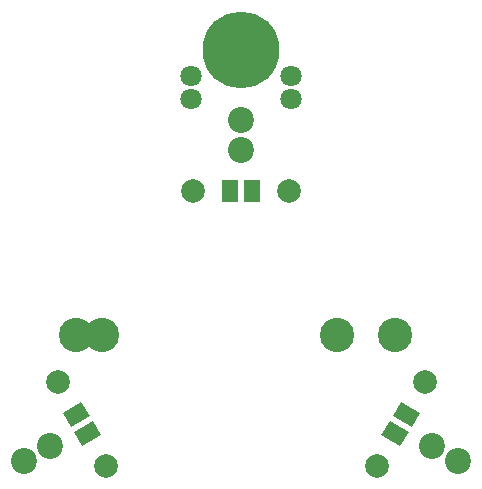
<source format=gbs>
%TF.GenerationSoftware,KiCad,Pcbnew,4.0.6-e0-6349~53~ubuntu16.04.1*%
%TF.CreationDate,2017-05-19T13:32:49+05:30*%
%TF.ProjectId,MAP4,4D4150342E6B696361645F7063620000,1*%
%TF.FileFunction,Soldermask,Bot*%
%FSLAX46Y46*%
G04 Gerber Fmt 4.6, Leading zero omitted, Abs format (unit mm)*
G04 Created by KiCad (PCBNEW 4.0.6-e0-6349~53~ubuntu16.04.1) date Fri May 19 13:32:49 2017*
%MOMM*%
%LPD*%
G01*
G04 APERTURE LIST*
%ADD10C,0.050800*%
%ADD11C,6.496000*%
%ADD12R,1.400000X1.850000*%
%ADD13C,2.000000*%
%ADD14C,1.800000*%
%ADD15C,2.900000*%
%ADD16C,2.200000*%
G04 APERTURE END LIST*
D10*
D11*
X150000000Y-75850000D03*
D12*
X150950000Y-87750000D03*
X149050000Y-87750000D03*
D13*
X154064000Y-87750000D03*
X145936000Y-87750000D03*
D10*
G36*
X137176073Y-106820994D02*
X135573927Y-107745994D01*
X134873927Y-106533558D01*
X136476073Y-105608558D01*
X137176073Y-106820994D01*
X137176073Y-106820994D01*
G37*
G36*
X138126073Y-108466442D02*
X136523927Y-109391442D01*
X135823927Y-108179006D01*
X137426073Y-107254006D01*
X138126073Y-108466442D01*
X138126073Y-108466442D01*
G37*
D13*
X134468000Y-103980473D03*
X138532000Y-111019527D03*
D10*
G36*
X164426073Y-107745994D02*
X162823927Y-106820994D01*
X163523927Y-105608558D01*
X165126073Y-106533558D01*
X164426073Y-107745994D01*
X164426073Y-107745994D01*
G37*
G36*
X163476073Y-109391442D02*
X161873927Y-108466442D01*
X162573927Y-107254006D01*
X164176073Y-108179006D01*
X163476073Y-109391442D01*
X163476073Y-109391442D01*
G37*
D13*
X165532000Y-103980473D03*
X161468000Y-111019527D03*
D14*
X145750000Y-80000000D03*
X145750000Y-78000000D03*
X154250000Y-80000000D03*
X154250000Y-78000000D03*
D15*
X158100000Y-100000000D03*
X138200000Y-100000000D03*
X136000000Y-100000000D03*
X163000000Y-100000000D03*
D16*
X131650148Y-110635000D03*
X133849852Y-109365000D03*
X168349852Y-110635000D03*
X166150148Y-109365000D03*
X150000000Y-81730000D03*
X150000000Y-84270000D03*
M02*

</source>
